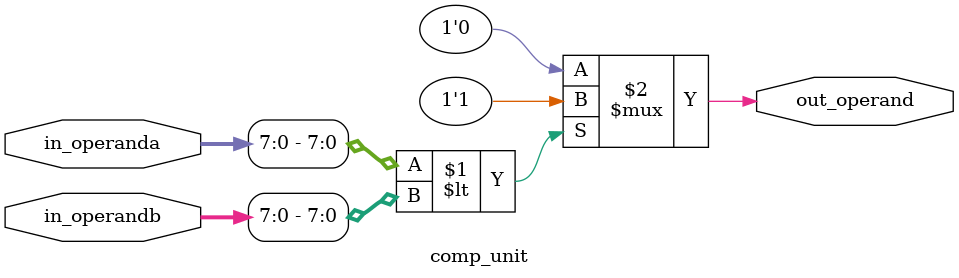
<source format=v>
`timescale 1ns / 1ps

module comp_unit#(
    parameter LENGTH = 32,
    parameter OFFSET = 8
)(
   input [LENGTH - 1: 0] in_operanda,
   input [LENGTH - 1: 0] in_operandb,
   output wire out_operand
);

    assign out_operand = (in_operanda[OFFSET - 1: 0] < in_operandb[OFFSET - 1: 0]) ? 1'b1: 1'b0;

endmodule
</source>
